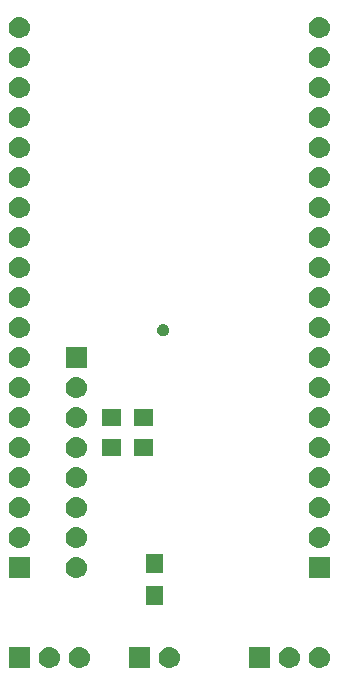
<source format=gbr>
G04 #@! TF.GenerationSoftware,KiCad,Pcbnew,(5.1.4)-1*
G04 #@! TF.CreationDate,2019-11-28T20:23:01+01:00*
G04 #@! TF.ProjectId,zillo-mini-devkit,7a696c6c-6f2d-46d6-996e-692d6465766b,rev?*
G04 #@! TF.SameCoordinates,Original*
G04 #@! TF.FileFunction,Soldermask,Bot*
G04 #@! TF.FilePolarity,Negative*
%FSLAX46Y46*%
G04 Gerber Fmt 4.6, Leading zero omitted, Abs format (unit mm)*
G04 Created by KiCad (PCBNEW (5.1.4)-1) date 2019-11-28 20:23:01*
%MOMM*%
%LPD*%
G04 APERTURE LIST*
%ADD10C,0.100000*%
G04 APERTURE END LIST*
D10*
G36*
X38210442Y-95625518D02*
G01*
X38276627Y-95632037D01*
X38446466Y-95683557D01*
X38602991Y-95767222D01*
X38638729Y-95796552D01*
X38740186Y-95879814D01*
X38823448Y-95981271D01*
X38852778Y-96017009D01*
X38936443Y-96173534D01*
X38987963Y-96343373D01*
X39005359Y-96520000D01*
X38987963Y-96696627D01*
X38936443Y-96866466D01*
X38852778Y-97022991D01*
X38823448Y-97058729D01*
X38740186Y-97160186D01*
X38638729Y-97243448D01*
X38602991Y-97272778D01*
X38446466Y-97356443D01*
X38276627Y-97407963D01*
X38210442Y-97414482D01*
X38144260Y-97421000D01*
X38055740Y-97421000D01*
X37989558Y-97414482D01*
X37923373Y-97407963D01*
X37753534Y-97356443D01*
X37597009Y-97272778D01*
X37561271Y-97243448D01*
X37459814Y-97160186D01*
X37376552Y-97058729D01*
X37347222Y-97022991D01*
X37263557Y-96866466D01*
X37212037Y-96696627D01*
X37194641Y-96520000D01*
X37212037Y-96343373D01*
X37263557Y-96173534D01*
X37347222Y-96017009D01*
X37376552Y-95981271D01*
X37459814Y-95879814D01*
X37561271Y-95796552D01*
X37597009Y-95767222D01*
X37753534Y-95683557D01*
X37923373Y-95632037D01*
X37989558Y-95625518D01*
X38055740Y-95619000D01*
X38144260Y-95619000D01*
X38210442Y-95625518D01*
X38210442Y-95625518D01*
G37*
G36*
X55990442Y-95625518D02*
G01*
X56056627Y-95632037D01*
X56226466Y-95683557D01*
X56382991Y-95767222D01*
X56418729Y-95796552D01*
X56520186Y-95879814D01*
X56603448Y-95981271D01*
X56632778Y-96017009D01*
X56716443Y-96173534D01*
X56767963Y-96343373D01*
X56785359Y-96520000D01*
X56767963Y-96696627D01*
X56716443Y-96866466D01*
X56632778Y-97022991D01*
X56603448Y-97058729D01*
X56520186Y-97160186D01*
X56418729Y-97243448D01*
X56382991Y-97272778D01*
X56226466Y-97356443D01*
X56056627Y-97407963D01*
X55990442Y-97414482D01*
X55924260Y-97421000D01*
X55835740Y-97421000D01*
X55769558Y-97414482D01*
X55703373Y-97407963D01*
X55533534Y-97356443D01*
X55377009Y-97272778D01*
X55341271Y-97243448D01*
X55239814Y-97160186D01*
X55156552Y-97058729D01*
X55127222Y-97022991D01*
X55043557Y-96866466D01*
X54992037Y-96696627D01*
X54974641Y-96520000D01*
X54992037Y-96343373D01*
X55043557Y-96173534D01*
X55127222Y-96017009D01*
X55156552Y-95981271D01*
X55239814Y-95879814D01*
X55341271Y-95796552D01*
X55377009Y-95767222D01*
X55533534Y-95683557D01*
X55703373Y-95632037D01*
X55769558Y-95625518D01*
X55835740Y-95619000D01*
X55924260Y-95619000D01*
X55990442Y-95625518D01*
X55990442Y-95625518D01*
G37*
G36*
X54241000Y-97421000D02*
G01*
X52439000Y-97421000D01*
X52439000Y-95619000D01*
X54241000Y-95619000D01*
X54241000Y-97421000D01*
X54241000Y-97421000D01*
G37*
G36*
X58530442Y-95625518D02*
G01*
X58596627Y-95632037D01*
X58766466Y-95683557D01*
X58922991Y-95767222D01*
X58958729Y-95796552D01*
X59060186Y-95879814D01*
X59143448Y-95981271D01*
X59172778Y-96017009D01*
X59256443Y-96173534D01*
X59307963Y-96343373D01*
X59325359Y-96520000D01*
X59307963Y-96696627D01*
X59256443Y-96866466D01*
X59172778Y-97022991D01*
X59143448Y-97058729D01*
X59060186Y-97160186D01*
X58958729Y-97243448D01*
X58922991Y-97272778D01*
X58766466Y-97356443D01*
X58596627Y-97407963D01*
X58530442Y-97414482D01*
X58464260Y-97421000D01*
X58375740Y-97421000D01*
X58309558Y-97414482D01*
X58243373Y-97407963D01*
X58073534Y-97356443D01*
X57917009Y-97272778D01*
X57881271Y-97243448D01*
X57779814Y-97160186D01*
X57696552Y-97058729D01*
X57667222Y-97022991D01*
X57583557Y-96866466D01*
X57532037Y-96696627D01*
X57514641Y-96520000D01*
X57532037Y-96343373D01*
X57583557Y-96173534D01*
X57667222Y-96017009D01*
X57696552Y-95981271D01*
X57779814Y-95879814D01*
X57881271Y-95796552D01*
X57917009Y-95767222D01*
X58073534Y-95683557D01*
X58243373Y-95632037D01*
X58309558Y-95625518D01*
X58375740Y-95619000D01*
X58464260Y-95619000D01*
X58530442Y-95625518D01*
X58530442Y-95625518D01*
G37*
G36*
X44081000Y-97421000D02*
G01*
X42279000Y-97421000D01*
X42279000Y-95619000D01*
X44081000Y-95619000D01*
X44081000Y-97421000D01*
X44081000Y-97421000D01*
G37*
G36*
X33921000Y-97421000D02*
G01*
X32119000Y-97421000D01*
X32119000Y-95619000D01*
X33921000Y-95619000D01*
X33921000Y-97421000D01*
X33921000Y-97421000D01*
G37*
G36*
X35670442Y-95625518D02*
G01*
X35736627Y-95632037D01*
X35906466Y-95683557D01*
X36062991Y-95767222D01*
X36098729Y-95796552D01*
X36200186Y-95879814D01*
X36283448Y-95981271D01*
X36312778Y-96017009D01*
X36396443Y-96173534D01*
X36447963Y-96343373D01*
X36465359Y-96520000D01*
X36447963Y-96696627D01*
X36396443Y-96866466D01*
X36312778Y-97022991D01*
X36283448Y-97058729D01*
X36200186Y-97160186D01*
X36098729Y-97243448D01*
X36062991Y-97272778D01*
X35906466Y-97356443D01*
X35736627Y-97407963D01*
X35670442Y-97414482D01*
X35604260Y-97421000D01*
X35515740Y-97421000D01*
X35449558Y-97414482D01*
X35383373Y-97407963D01*
X35213534Y-97356443D01*
X35057009Y-97272778D01*
X35021271Y-97243448D01*
X34919814Y-97160186D01*
X34836552Y-97058729D01*
X34807222Y-97022991D01*
X34723557Y-96866466D01*
X34672037Y-96696627D01*
X34654641Y-96520000D01*
X34672037Y-96343373D01*
X34723557Y-96173534D01*
X34807222Y-96017009D01*
X34836552Y-95981271D01*
X34919814Y-95879814D01*
X35021271Y-95796552D01*
X35057009Y-95767222D01*
X35213534Y-95683557D01*
X35383373Y-95632037D01*
X35449558Y-95625518D01*
X35515740Y-95619000D01*
X35604260Y-95619000D01*
X35670442Y-95625518D01*
X35670442Y-95625518D01*
G37*
G36*
X45830442Y-95625518D02*
G01*
X45896627Y-95632037D01*
X46066466Y-95683557D01*
X46222991Y-95767222D01*
X46258729Y-95796552D01*
X46360186Y-95879814D01*
X46443448Y-95981271D01*
X46472778Y-96017009D01*
X46556443Y-96173534D01*
X46607963Y-96343373D01*
X46625359Y-96520000D01*
X46607963Y-96696627D01*
X46556443Y-96866466D01*
X46472778Y-97022991D01*
X46443448Y-97058729D01*
X46360186Y-97160186D01*
X46258729Y-97243448D01*
X46222991Y-97272778D01*
X46066466Y-97356443D01*
X45896627Y-97407963D01*
X45830442Y-97414482D01*
X45764260Y-97421000D01*
X45675740Y-97421000D01*
X45609558Y-97414482D01*
X45543373Y-97407963D01*
X45373534Y-97356443D01*
X45217009Y-97272778D01*
X45181271Y-97243448D01*
X45079814Y-97160186D01*
X44996552Y-97058729D01*
X44967222Y-97022991D01*
X44883557Y-96866466D01*
X44832037Y-96696627D01*
X44814641Y-96520000D01*
X44832037Y-96343373D01*
X44883557Y-96173534D01*
X44967222Y-96017009D01*
X44996552Y-95981271D01*
X45079814Y-95879814D01*
X45181271Y-95796552D01*
X45217009Y-95767222D01*
X45373534Y-95683557D01*
X45543373Y-95632037D01*
X45609558Y-95625518D01*
X45675740Y-95619000D01*
X45764260Y-95619000D01*
X45830442Y-95625518D01*
X45830442Y-95625518D01*
G37*
G36*
X45151000Y-92067000D02*
G01*
X43749000Y-92067000D01*
X43749000Y-90465000D01*
X45151000Y-90465000D01*
X45151000Y-92067000D01*
X45151000Y-92067000D01*
G37*
G36*
X37956443Y-88005519D02*
G01*
X38022627Y-88012037D01*
X38192466Y-88063557D01*
X38348991Y-88147222D01*
X38384729Y-88176552D01*
X38486186Y-88259814D01*
X38569448Y-88361271D01*
X38598778Y-88397009D01*
X38682443Y-88553534D01*
X38733963Y-88723373D01*
X38751359Y-88900000D01*
X38733963Y-89076627D01*
X38682443Y-89246466D01*
X38598778Y-89402991D01*
X38569448Y-89438729D01*
X38486186Y-89540186D01*
X38384729Y-89623448D01*
X38348991Y-89652778D01*
X38192466Y-89736443D01*
X38022627Y-89787963D01*
X37956443Y-89794481D01*
X37890260Y-89801000D01*
X37801740Y-89801000D01*
X37735557Y-89794481D01*
X37669373Y-89787963D01*
X37499534Y-89736443D01*
X37343009Y-89652778D01*
X37307271Y-89623448D01*
X37205814Y-89540186D01*
X37122552Y-89438729D01*
X37093222Y-89402991D01*
X37009557Y-89246466D01*
X36958037Y-89076627D01*
X36940641Y-88900000D01*
X36958037Y-88723373D01*
X37009557Y-88553534D01*
X37093222Y-88397009D01*
X37122552Y-88361271D01*
X37205814Y-88259814D01*
X37307271Y-88176552D01*
X37343009Y-88147222D01*
X37499534Y-88063557D01*
X37669373Y-88012037D01*
X37735557Y-88005519D01*
X37801740Y-87999000D01*
X37890260Y-87999000D01*
X37956443Y-88005519D01*
X37956443Y-88005519D01*
G37*
G36*
X33921000Y-89801000D02*
G01*
X32119000Y-89801000D01*
X32119000Y-87999000D01*
X33921000Y-87999000D01*
X33921000Y-89801000D01*
X33921000Y-89801000D01*
G37*
G36*
X59321000Y-89801000D02*
G01*
X57519000Y-89801000D01*
X57519000Y-87999000D01*
X59321000Y-87999000D01*
X59321000Y-89801000D01*
X59321000Y-89801000D01*
G37*
G36*
X45151000Y-89367000D02*
G01*
X43749000Y-89367000D01*
X43749000Y-87765000D01*
X45151000Y-87765000D01*
X45151000Y-89367000D01*
X45151000Y-89367000D01*
G37*
G36*
X58530442Y-85465518D02*
G01*
X58596627Y-85472037D01*
X58766466Y-85523557D01*
X58922991Y-85607222D01*
X58958729Y-85636552D01*
X59060186Y-85719814D01*
X59143448Y-85821271D01*
X59172778Y-85857009D01*
X59256443Y-86013534D01*
X59307963Y-86183373D01*
X59325359Y-86360000D01*
X59307963Y-86536627D01*
X59256443Y-86706466D01*
X59172778Y-86862991D01*
X59143448Y-86898729D01*
X59060186Y-87000186D01*
X58958729Y-87083448D01*
X58922991Y-87112778D01*
X58766466Y-87196443D01*
X58596627Y-87247963D01*
X58530442Y-87254482D01*
X58464260Y-87261000D01*
X58375740Y-87261000D01*
X58309558Y-87254482D01*
X58243373Y-87247963D01*
X58073534Y-87196443D01*
X57917009Y-87112778D01*
X57881271Y-87083448D01*
X57779814Y-87000186D01*
X57696552Y-86898729D01*
X57667222Y-86862991D01*
X57583557Y-86706466D01*
X57532037Y-86536627D01*
X57514641Y-86360000D01*
X57532037Y-86183373D01*
X57583557Y-86013534D01*
X57667222Y-85857009D01*
X57696552Y-85821271D01*
X57779814Y-85719814D01*
X57881271Y-85636552D01*
X57917009Y-85607222D01*
X58073534Y-85523557D01*
X58243373Y-85472037D01*
X58309558Y-85465518D01*
X58375740Y-85459000D01*
X58464260Y-85459000D01*
X58530442Y-85465518D01*
X58530442Y-85465518D01*
G37*
G36*
X33130442Y-85465518D02*
G01*
X33196627Y-85472037D01*
X33366466Y-85523557D01*
X33522991Y-85607222D01*
X33558729Y-85636552D01*
X33660186Y-85719814D01*
X33743448Y-85821271D01*
X33772778Y-85857009D01*
X33856443Y-86013534D01*
X33907963Y-86183373D01*
X33925359Y-86360000D01*
X33907963Y-86536627D01*
X33856443Y-86706466D01*
X33772778Y-86862991D01*
X33743448Y-86898729D01*
X33660186Y-87000186D01*
X33558729Y-87083448D01*
X33522991Y-87112778D01*
X33366466Y-87196443D01*
X33196627Y-87247963D01*
X33130442Y-87254482D01*
X33064260Y-87261000D01*
X32975740Y-87261000D01*
X32909558Y-87254482D01*
X32843373Y-87247963D01*
X32673534Y-87196443D01*
X32517009Y-87112778D01*
X32481271Y-87083448D01*
X32379814Y-87000186D01*
X32296552Y-86898729D01*
X32267222Y-86862991D01*
X32183557Y-86706466D01*
X32132037Y-86536627D01*
X32114641Y-86360000D01*
X32132037Y-86183373D01*
X32183557Y-86013534D01*
X32267222Y-85857009D01*
X32296552Y-85821271D01*
X32379814Y-85719814D01*
X32481271Y-85636552D01*
X32517009Y-85607222D01*
X32673534Y-85523557D01*
X32843373Y-85472037D01*
X32909558Y-85465518D01*
X32975740Y-85459000D01*
X33064260Y-85459000D01*
X33130442Y-85465518D01*
X33130442Y-85465518D01*
G37*
G36*
X37956442Y-85465518D02*
G01*
X38022627Y-85472037D01*
X38192466Y-85523557D01*
X38348991Y-85607222D01*
X38384729Y-85636552D01*
X38486186Y-85719814D01*
X38569448Y-85821271D01*
X38598778Y-85857009D01*
X38682443Y-86013534D01*
X38733963Y-86183373D01*
X38751359Y-86360000D01*
X38733963Y-86536627D01*
X38682443Y-86706466D01*
X38598778Y-86862991D01*
X38569448Y-86898729D01*
X38486186Y-87000186D01*
X38384729Y-87083448D01*
X38348991Y-87112778D01*
X38192466Y-87196443D01*
X38022627Y-87247963D01*
X37956442Y-87254482D01*
X37890260Y-87261000D01*
X37801740Y-87261000D01*
X37735558Y-87254482D01*
X37669373Y-87247963D01*
X37499534Y-87196443D01*
X37343009Y-87112778D01*
X37307271Y-87083448D01*
X37205814Y-87000186D01*
X37122552Y-86898729D01*
X37093222Y-86862991D01*
X37009557Y-86706466D01*
X36958037Y-86536627D01*
X36940641Y-86360000D01*
X36958037Y-86183373D01*
X37009557Y-86013534D01*
X37093222Y-85857009D01*
X37122552Y-85821271D01*
X37205814Y-85719814D01*
X37307271Y-85636552D01*
X37343009Y-85607222D01*
X37499534Y-85523557D01*
X37669373Y-85472037D01*
X37735558Y-85465518D01*
X37801740Y-85459000D01*
X37890260Y-85459000D01*
X37956442Y-85465518D01*
X37956442Y-85465518D01*
G37*
G36*
X37956443Y-82925519D02*
G01*
X38022627Y-82932037D01*
X38192466Y-82983557D01*
X38348991Y-83067222D01*
X38384729Y-83096552D01*
X38486186Y-83179814D01*
X38569448Y-83281271D01*
X38598778Y-83317009D01*
X38682443Y-83473534D01*
X38733963Y-83643373D01*
X38751359Y-83820000D01*
X38733963Y-83996627D01*
X38682443Y-84166466D01*
X38598778Y-84322991D01*
X38569448Y-84358729D01*
X38486186Y-84460186D01*
X38384729Y-84543448D01*
X38348991Y-84572778D01*
X38192466Y-84656443D01*
X38022627Y-84707963D01*
X37956443Y-84714481D01*
X37890260Y-84721000D01*
X37801740Y-84721000D01*
X37735557Y-84714481D01*
X37669373Y-84707963D01*
X37499534Y-84656443D01*
X37343009Y-84572778D01*
X37307271Y-84543448D01*
X37205814Y-84460186D01*
X37122552Y-84358729D01*
X37093222Y-84322991D01*
X37009557Y-84166466D01*
X36958037Y-83996627D01*
X36940641Y-83820000D01*
X36958037Y-83643373D01*
X37009557Y-83473534D01*
X37093222Y-83317009D01*
X37122552Y-83281271D01*
X37205814Y-83179814D01*
X37307271Y-83096552D01*
X37343009Y-83067222D01*
X37499534Y-82983557D01*
X37669373Y-82932037D01*
X37735557Y-82925519D01*
X37801740Y-82919000D01*
X37890260Y-82919000D01*
X37956443Y-82925519D01*
X37956443Y-82925519D01*
G37*
G36*
X33130443Y-82925519D02*
G01*
X33196627Y-82932037D01*
X33366466Y-82983557D01*
X33522991Y-83067222D01*
X33558729Y-83096552D01*
X33660186Y-83179814D01*
X33743448Y-83281271D01*
X33772778Y-83317009D01*
X33856443Y-83473534D01*
X33907963Y-83643373D01*
X33925359Y-83820000D01*
X33907963Y-83996627D01*
X33856443Y-84166466D01*
X33772778Y-84322991D01*
X33743448Y-84358729D01*
X33660186Y-84460186D01*
X33558729Y-84543448D01*
X33522991Y-84572778D01*
X33366466Y-84656443D01*
X33196627Y-84707963D01*
X33130443Y-84714481D01*
X33064260Y-84721000D01*
X32975740Y-84721000D01*
X32909557Y-84714481D01*
X32843373Y-84707963D01*
X32673534Y-84656443D01*
X32517009Y-84572778D01*
X32481271Y-84543448D01*
X32379814Y-84460186D01*
X32296552Y-84358729D01*
X32267222Y-84322991D01*
X32183557Y-84166466D01*
X32132037Y-83996627D01*
X32114641Y-83820000D01*
X32132037Y-83643373D01*
X32183557Y-83473534D01*
X32267222Y-83317009D01*
X32296552Y-83281271D01*
X32379814Y-83179814D01*
X32481271Y-83096552D01*
X32517009Y-83067222D01*
X32673534Y-82983557D01*
X32843373Y-82932037D01*
X32909557Y-82925519D01*
X32975740Y-82919000D01*
X33064260Y-82919000D01*
X33130443Y-82925519D01*
X33130443Y-82925519D01*
G37*
G36*
X58530443Y-82925519D02*
G01*
X58596627Y-82932037D01*
X58766466Y-82983557D01*
X58922991Y-83067222D01*
X58958729Y-83096552D01*
X59060186Y-83179814D01*
X59143448Y-83281271D01*
X59172778Y-83317009D01*
X59256443Y-83473534D01*
X59307963Y-83643373D01*
X59325359Y-83820000D01*
X59307963Y-83996627D01*
X59256443Y-84166466D01*
X59172778Y-84322991D01*
X59143448Y-84358729D01*
X59060186Y-84460186D01*
X58958729Y-84543448D01*
X58922991Y-84572778D01*
X58766466Y-84656443D01*
X58596627Y-84707963D01*
X58530443Y-84714481D01*
X58464260Y-84721000D01*
X58375740Y-84721000D01*
X58309557Y-84714481D01*
X58243373Y-84707963D01*
X58073534Y-84656443D01*
X57917009Y-84572778D01*
X57881271Y-84543448D01*
X57779814Y-84460186D01*
X57696552Y-84358729D01*
X57667222Y-84322991D01*
X57583557Y-84166466D01*
X57532037Y-83996627D01*
X57514641Y-83820000D01*
X57532037Y-83643373D01*
X57583557Y-83473534D01*
X57667222Y-83317009D01*
X57696552Y-83281271D01*
X57779814Y-83179814D01*
X57881271Y-83096552D01*
X57917009Y-83067222D01*
X58073534Y-82983557D01*
X58243373Y-82932037D01*
X58309557Y-82925519D01*
X58375740Y-82919000D01*
X58464260Y-82919000D01*
X58530443Y-82925519D01*
X58530443Y-82925519D01*
G37*
G36*
X37956442Y-80385518D02*
G01*
X38022627Y-80392037D01*
X38192466Y-80443557D01*
X38348991Y-80527222D01*
X38384729Y-80556552D01*
X38486186Y-80639814D01*
X38569448Y-80741271D01*
X38598778Y-80777009D01*
X38682443Y-80933534D01*
X38733963Y-81103373D01*
X38751359Y-81280000D01*
X38733963Y-81456627D01*
X38682443Y-81626466D01*
X38598778Y-81782991D01*
X38569448Y-81818729D01*
X38486186Y-81920186D01*
X38384729Y-82003448D01*
X38348991Y-82032778D01*
X38192466Y-82116443D01*
X38022627Y-82167963D01*
X37956443Y-82174481D01*
X37890260Y-82181000D01*
X37801740Y-82181000D01*
X37735557Y-82174481D01*
X37669373Y-82167963D01*
X37499534Y-82116443D01*
X37343009Y-82032778D01*
X37307271Y-82003448D01*
X37205814Y-81920186D01*
X37122552Y-81818729D01*
X37093222Y-81782991D01*
X37009557Y-81626466D01*
X36958037Y-81456627D01*
X36940641Y-81280000D01*
X36958037Y-81103373D01*
X37009557Y-80933534D01*
X37093222Y-80777009D01*
X37122552Y-80741271D01*
X37205814Y-80639814D01*
X37307271Y-80556552D01*
X37343009Y-80527222D01*
X37499534Y-80443557D01*
X37669373Y-80392037D01*
X37735558Y-80385518D01*
X37801740Y-80379000D01*
X37890260Y-80379000D01*
X37956442Y-80385518D01*
X37956442Y-80385518D01*
G37*
G36*
X58530442Y-80385518D02*
G01*
X58596627Y-80392037D01*
X58766466Y-80443557D01*
X58922991Y-80527222D01*
X58958729Y-80556552D01*
X59060186Y-80639814D01*
X59143448Y-80741271D01*
X59172778Y-80777009D01*
X59256443Y-80933534D01*
X59307963Y-81103373D01*
X59325359Y-81280000D01*
X59307963Y-81456627D01*
X59256443Y-81626466D01*
X59172778Y-81782991D01*
X59143448Y-81818729D01*
X59060186Y-81920186D01*
X58958729Y-82003448D01*
X58922991Y-82032778D01*
X58766466Y-82116443D01*
X58596627Y-82167963D01*
X58530443Y-82174481D01*
X58464260Y-82181000D01*
X58375740Y-82181000D01*
X58309557Y-82174481D01*
X58243373Y-82167963D01*
X58073534Y-82116443D01*
X57917009Y-82032778D01*
X57881271Y-82003448D01*
X57779814Y-81920186D01*
X57696552Y-81818729D01*
X57667222Y-81782991D01*
X57583557Y-81626466D01*
X57532037Y-81456627D01*
X57514641Y-81280000D01*
X57532037Y-81103373D01*
X57583557Y-80933534D01*
X57667222Y-80777009D01*
X57696552Y-80741271D01*
X57779814Y-80639814D01*
X57881271Y-80556552D01*
X57917009Y-80527222D01*
X58073534Y-80443557D01*
X58243373Y-80392037D01*
X58309558Y-80385518D01*
X58375740Y-80379000D01*
X58464260Y-80379000D01*
X58530442Y-80385518D01*
X58530442Y-80385518D01*
G37*
G36*
X33130442Y-80385518D02*
G01*
X33196627Y-80392037D01*
X33366466Y-80443557D01*
X33522991Y-80527222D01*
X33558729Y-80556552D01*
X33660186Y-80639814D01*
X33743448Y-80741271D01*
X33772778Y-80777009D01*
X33856443Y-80933534D01*
X33907963Y-81103373D01*
X33925359Y-81280000D01*
X33907963Y-81456627D01*
X33856443Y-81626466D01*
X33772778Y-81782991D01*
X33743448Y-81818729D01*
X33660186Y-81920186D01*
X33558729Y-82003448D01*
X33522991Y-82032778D01*
X33366466Y-82116443D01*
X33196627Y-82167963D01*
X33130443Y-82174481D01*
X33064260Y-82181000D01*
X32975740Y-82181000D01*
X32909557Y-82174481D01*
X32843373Y-82167963D01*
X32673534Y-82116443D01*
X32517009Y-82032778D01*
X32481271Y-82003448D01*
X32379814Y-81920186D01*
X32296552Y-81818729D01*
X32267222Y-81782991D01*
X32183557Y-81626466D01*
X32132037Y-81456627D01*
X32114641Y-81280000D01*
X32132037Y-81103373D01*
X32183557Y-80933534D01*
X32267222Y-80777009D01*
X32296552Y-80741271D01*
X32379814Y-80639814D01*
X32481271Y-80556552D01*
X32517009Y-80527222D01*
X32673534Y-80443557D01*
X32843373Y-80392037D01*
X32909558Y-80385518D01*
X32975740Y-80379000D01*
X33064260Y-80379000D01*
X33130442Y-80385518D01*
X33130442Y-80385518D01*
G37*
G36*
X33130443Y-77845519D02*
G01*
X33196627Y-77852037D01*
X33366466Y-77903557D01*
X33522991Y-77987222D01*
X33558729Y-78016552D01*
X33660186Y-78099814D01*
X33743448Y-78201271D01*
X33772778Y-78237009D01*
X33856443Y-78393534D01*
X33907963Y-78563373D01*
X33925359Y-78740000D01*
X33907963Y-78916627D01*
X33856443Y-79086466D01*
X33772778Y-79242991D01*
X33743448Y-79278729D01*
X33660186Y-79380186D01*
X33558729Y-79463448D01*
X33522991Y-79492778D01*
X33366466Y-79576443D01*
X33196627Y-79627963D01*
X33130442Y-79634482D01*
X33064260Y-79641000D01*
X32975740Y-79641000D01*
X32909558Y-79634482D01*
X32843373Y-79627963D01*
X32673534Y-79576443D01*
X32517009Y-79492778D01*
X32481271Y-79463448D01*
X32379814Y-79380186D01*
X32296552Y-79278729D01*
X32267222Y-79242991D01*
X32183557Y-79086466D01*
X32132037Y-78916627D01*
X32114641Y-78740000D01*
X32132037Y-78563373D01*
X32183557Y-78393534D01*
X32267222Y-78237009D01*
X32296552Y-78201271D01*
X32379814Y-78099814D01*
X32481271Y-78016552D01*
X32517009Y-77987222D01*
X32673534Y-77903557D01*
X32843373Y-77852037D01*
X32909557Y-77845519D01*
X32975740Y-77839000D01*
X33064260Y-77839000D01*
X33130443Y-77845519D01*
X33130443Y-77845519D01*
G37*
G36*
X58530443Y-77845519D02*
G01*
X58596627Y-77852037D01*
X58766466Y-77903557D01*
X58922991Y-77987222D01*
X58958729Y-78016552D01*
X59060186Y-78099814D01*
X59143448Y-78201271D01*
X59172778Y-78237009D01*
X59256443Y-78393534D01*
X59307963Y-78563373D01*
X59325359Y-78740000D01*
X59307963Y-78916627D01*
X59256443Y-79086466D01*
X59172778Y-79242991D01*
X59143448Y-79278729D01*
X59060186Y-79380186D01*
X58958729Y-79463448D01*
X58922991Y-79492778D01*
X58766466Y-79576443D01*
X58596627Y-79627963D01*
X58530442Y-79634482D01*
X58464260Y-79641000D01*
X58375740Y-79641000D01*
X58309558Y-79634482D01*
X58243373Y-79627963D01*
X58073534Y-79576443D01*
X57917009Y-79492778D01*
X57881271Y-79463448D01*
X57779814Y-79380186D01*
X57696552Y-79278729D01*
X57667222Y-79242991D01*
X57583557Y-79086466D01*
X57532037Y-78916627D01*
X57514641Y-78740000D01*
X57532037Y-78563373D01*
X57583557Y-78393534D01*
X57667222Y-78237009D01*
X57696552Y-78201271D01*
X57779814Y-78099814D01*
X57881271Y-78016552D01*
X57917009Y-77987222D01*
X58073534Y-77903557D01*
X58243373Y-77852037D01*
X58309557Y-77845519D01*
X58375740Y-77839000D01*
X58464260Y-77839000D01*
X58530443Y-77845519D01*
X58530443Y-77845519D01*
G37*
G36*
X37956443Y-77845519D02*
G01*
X38022627Y-77852037D01*
X38192466Y-77903557D01*
X38348991Y-77987222D01*
X38384729Y-78016552D01*
X38486186Y-78099814D01*
X38569448Y-78201271D01*
X38598778Y-78237009D01*
X38682443Y-78393534D01*
X38733963Y-78563373D01*
X38751359Y-78740000D01*
X38733963Y-78916627D01*
X38682443Y-79086466D01*
X38598778Y-79242991D01*
X38569448Y-79278729D01*
X38486186Y-79380186D01*
X38384729Y-79463448D01*
X38348991Y-79492778D01*
X38192466Y-79576443D01*
X38022627Y-79627963D01*
X37956442Y-79634482D01*
X37890260Y-79641000D01*
X37801740Y-79641000D01*
X37735558Y-79634482D01*
X37669373Y-79627963D01*
X37499534Y-79576443D01*
X37343009Y-79492778D01*
X37307271Y-79463448D01*
X37205814Y-79380186D01*
X37122552Y-79278729D01*
X37093222Y-79242991D01*
X37009557Y-79086466D01*
X36958037Y-78916627D01*
X36940641Y-78740000D01*
X36958037Y-78563373D01*
X37009557Y-78393534D01*
X37093222Y-78237009D01*
X37122552Y-78201271D01*
X37205814Y-78099814D01*
X37307271Y-78016552D01*
X37343009Y-77987222D01*
X37499534Y-77903557D01*
X37669373Y-77852037D01*
X37735557Y-77845519D01*
X37801740Y-77839000D01*
X37890260Y-77839000D01*
X37956443Y-77845519D01*
X37956443Y-77845519D01*
G37*
G36*
X44315000Y-79441000D02*
G01*
X42713000Y-79441000D01*
X42713000Y-78039000D01*
X44315000Y-78039000D01*
X44315000Y-79441000D01*
X44315000Y-79441000D01*
G37*
G36*
X41615000Y-79441000D02*
G01*
X40013000Y-79441000D01*
X40013000Y-78039000D01*
X41615000Y-78039000D01*
X41615000Y-79441000D01*
X41615000Y-79441000D01*
G37*
G36*
X58530442Y-75305518D02*
G01*
X58596627Y-75312037D01*
X58766466Y-75363557D01*
X58922991Y-75447222D01*
X58958729Y-75476552D01*
X59060186Y-75559814D01*
X59143448Y-75661271D01*
X59172778Y-75697009D01*
X59256443Y-75853534D01*
X59307963Y-76023373D01*
X59325359Y-76200000D01*
X59307963Y-76376627D01*
X59256443Y-76546466D01*
X59172778Y-76702991D01*
X59143448Y-76738729D01*
X59060186Y-76840186D01*
X58958729Y-76923448D01*
X58922991Y-76952778D01*
X58766466Y-77036443D01*
X58596627Y-77087963D01*
X58530442Y-77094482D01*
X58464260Y-77101000D01*
X58375740Y-77101000D01*
X58309558Y-77094482D01*
X58243373Y-77087963D01*
X58073534Y-77036443D01*
X57917009Y-76952778D01*
X57881271Y-76923448D01*
X57779814Y-76840186D01*
X57696552Y-76738729D01*
X57667222Y-76702991D01*
X57583557Y-76546466D01*
X57532037Y-76376627D01*
X57514641Y-76200000D01*
X57532037Y-76023373D01*
X57583557Y-75853534D01*
X57667222Y-75697009D01*
X57696552Y-75661271D01*
X57779814Y-75559814D01*
X57881271Y-75476552D01*
X57917009Y-75447222D01*
X58073534Y-75363557D01*
X58243373Y-75312037D01*
X58309558Y-75305518D01*
X58375740Y-75299000D01*
X58464260Y-75299000D01*
X58530442Y-75305518D01*
X58530442Y-75305518D01*
G37*
G36*
X37956442Y-75305518D02*
G01*
X38022627Y-75312037D01*
X38192466Y-75363557D01*
X38348991Y-75447222D01*
X38384729Y-75476552D01*
X38486186Y-75559814D01*
X38569448Y-75661271D01*
X38598778Y-75697009D01*
X38682443Y-75853534D01*
X38733963Y-76023373D01*
X38751359Y-76200000D01*
X38733963Y-76376627D01*
X38682443Y-76546466D01*
X38598778Y-76702991D01*
X38569448Y-76738729D01*
X38486186Y-76840186D01*
X38384729Y-76923448D01*
X38348991Y-76952778D01*
X38192466Y-77036443D01*
X38022627Y-77087963D01*
X37956442Y-77094482D01*
X37890260Y-77101000D01*
X37801740Y-77101000D01*
X37735558Y-77094482D01*
X37669373Y-77087963D01*
X37499534Y-77036443D01*
X37343009Y-76952778D01*
X37307271Y-76923448D01*
X37205814Y-76840186D01*
X37122552Y-76738729D01*
X37093222Y-76702991D01*
X37009557Y-76546466D01*
X36958037Y-76376627D01*
X36940641Y-76200000D01*
X36958037Y-76023373D01*
X37009557Y-75853534D01*
X37093222Y-75697009D01*
X37122552Y-75661271D01*
X37205814Y-75559814D01*
X37307271Y-75476552D01*
X37343009Y-75447222D01*
X37499534Y-75363557D01*
X37669373Y-75312037D01*
X37735558Y-75305518D01*
X37801740Y-75299000D01*
X37890260Y-75299000D01*
X37956442Y-75305518D01*
X37956442Y-75305518D01*
G37*
G36*
X33130442Y-75305518D02*
G01*
X33196627Y-75312037D01*
X33366466Y-75363557D01*
X33522991Y-75447222D01*
X33558729Y-75476552D01*
X33660186Y-75559814D01*
X33743448Y-75661271D01*
X33772778Y-75697009D01*
X33856443Y-75853534D01*
X33907963Y-76023373D01*
X33925359Y-76200000D01*
X33907963Y-76376627D01*
X33856443Y-76546466D01*
X33772778Y-76702991D01*
X33743448Y-76738729D01*
X33660186Y-76840186D01*
X33558729Y-76923448D01*
X33522991Y-76952778D01*
X33366466Y-77036443D01*
X33196627Y-77087963D01*
X33130442Y-77094482D01*
X33064260Y-77101000D01*
X32975740Y-77101000D01*
X32909558Y-77094482D01*
X32843373Y-77087963D01*
X32673534Y-77036443D01*
X32517009Y-76952778D01*
X32481271Y-76923448D01*
X32379814Y-76840186D01*
X32296552Y-76738729D01*
X32267222Y-76702991D01*
X32183557Y-76546466D01*
X32132037Y-76376627D01*
X32114641Y-76200000D01*
X32132037Y-76023373D01*
X32183557Y-75853534D01*
X32267222Y-75697009D01*
X32296552Y-75661271D01*
X32379814Y-75559814D01*
X32481271Y-75476552D01*
X32517009Y-75447222D01*
X32673534Y-75363557D01*
X32843373Y-75312037D01*
X32909558Y-75305518D01*
X32975740Y-75299000D01*
X33064260Y-75299000D01*
X33130442Y-75305518D01*
X33130442Y-75305518D01*
G37*
G36*
X41615000Y-76901000D02*
G01*
X40013000Y-76901000D01*
X40013000Y-75499000D01*
X41615000Y-75499000D01*
X41615000Y-76901000D01*
X41615000Y-76901000D01*
G37*
G36*
X44315000Y-76901000D02*
G01*
X42713000Y-76901000D01*
X42713000Y-75499000D01*
X44315000Y-75499000D01*
X44315000Y-76901000D01*
X44315000Y-76901000D01*
G37*
G36*
X58530442Y-72765518D02*
G01*
X58596627Y-72772037D01*
X58766466Y-72823557D01*
X58922991Y-72907222D01*
X58958729Y-72936552D01*
X59060186Y-73019814D01*
X59143448Y-73121271D01*
X59172778Y-73157009D01*
X59256443Y-73313534D01*
X59307963Y-73483373D01*
X59325359Y-73660000D01*
X59307963Y-73836627D01*
X59256443Y-74006466D01*
X59172778Y-74162991D01*
X59143448Y-74198729D01*
X59060186Y-74300186D01*
X58958729Y-74383448D01*
X58922991Y-74412778D01*
X58766466Y-74496443D01*
X58596627Y-74547963D01*
X58530442Y-74554482D01*
X58464260Y-74561000D01*
X58375740Y-74561000D01*
X58309558Y-74554482D01*
X58243373Y-74547963D01*
X58073534Y-74496443D01*
X57917009Y-74412778D01*
X57881271Y-74383448D01*
X57779814Y-74300186D01*
X57696552Y-74198729D01*
X57667222Y-74162991D01*
X57583557Y-74006466D01*
X57532037Y-73836627D01*
X57514641Y-73660000D01*
X57532037Y-73483373D01*
X57583557Y-73313534D01*
X57667222Y-73157009D01*
X57696552Y-73121271D01*
X57779814Y-73019814D01*
X57881271Y-72936552D01*
X57917009Y-72907222D01*
X58073534Y-72823557D01*
X58243373Y-72772037D01*
X58309558Y-72765518D01*
X58375740Y-72759000D01*
X58464260Y-72759000D01*
X58530442Y-72765518D01*
X58530442Y-72765518D01*
G37*
G36*
X33130442Y-72765518D02*
G01*
X33196627Y-72772037D01*
X33366466Y-72823557D01*
X33522991Y-72907222D01*
X33558729Y-72936552D01*
X33660186Y-73019814D01*
X33743448Y-73121271D01*
X33772778Y-73157009D01*
X33856443Y-73313534D01*
X33907963Y-73483373D01*
X33925359Y-73660000D01*
X33907963Y-73836627D01*
X33856443Y-74006466D01*
X33772778Y-74162991D01*
X33743448Y-74198729D01*
X33660186Y-74300186D01*
X33558729Y-74383448D01*
X33522991Y-74412778D01*
X33366466Y-74496443D01*
X33196627Y-74547963D01*
X33130442Y-74554482D01*
X33064260Y-74561000D01*
X32975740Y-74561000D01*
X32909558Y-74554482D01*
X32843373Y-74547963D01*
X32673534Y-74496443D01*
X32517009Y-74412778D01*
X32481271Y-74383448D01*
X32379814Y-74300186D01*
X32296552Y-74198729D01*
X32267222Y-74162991D01*
X32183557Y-74006466D01*
X32132037Y-73836627D01*
X32114641Y-73660000D01*
X32132037Y-73483373D01*
X32183557Y-73313534D01*
X32267222Y-73157009D01*
X32296552Y-73121271D01*
X32379814Y-73019814D01*
X32481271Y-72936552D01*
X32517009Y-72907222D01*
X32673534Y-72823557D01*
X32843373Y-72772037D01*
X32909558Y-72765518D01*
X32975740Y-72759000D01*
X33064260Y-72759000D01*
X33130442Y-72765518D01*
X33130442Y-72765518D01*
G37*
G36*
X37956442Y-72765518D02*
G01*
X38022627Y-72772037D01*
X38192466Y-72823557D01*
X38348991Y-72907222D01*
X38384729Y-72936552D01*
X38486186Y-73019814D01*
X38569448Y-73121271D01*
X38598778Y-73157009D01*
X38682443Y-73313534D01*
X38733963Y-73483373D01*
X38751359Y-73660000D01*
X38733963Y-73836627D01*
X38682443Y-74006466D01*
X38598778Y-74162991D01*
X38569448Y-74198729D01*
X38486186Y-74300186D01*
X38384729Y-74383448D01*
X38348991Y-74412778D01*
X38192466Y-74496443D01*
X38022627Y-74547963D01*
X37956442Y-74554482D01*
X37890260Y-74561000D01*
X37801740Y-74561000D01*
X37735558Y-74554482D01*
X37669373Y-74547963D01*
X37499534Y-74496443D01*
X37343009Y-74412778D01*
X37307271Y-74383448D01*
X37205814Y-74300186D01*
X37122552Y-74198729D01*
X37093222Y-74162991D01*
X37009557Y-74006466D01*
X36958037Y-73836627D01*
X36940641Y-73660000D01*
X36958037Y-73483373D01*
X37009557Y-73313534D01*
X37093222Y-73157009D01*
X37122552Y-73121271D01*
X37205814Y-73019814D01*
X37307271Y-72936552D01*
X37343009Y-72907222D01*
X37499534Y-72823557D01*
X37669373Y-72772037D01*
X37735558Y-72765518D01*
X37801740Y-72759000D01*
X37890260Y-72759000D01*
X37956442Y-72765518D01*
X37956442Y-72765518D01*
G37*
G36*
X33130442Y-70225518D02*
G01*
X33196627Y-70232037D01*
X33366466Y-70283557D01*
X33522991Y-70367222D01*
X33558729Y-70396552D01*
X33660186Y-70479814D01*
X33743448Y-70581271D01*
X33772778Y-70617009D01*
X33856443Y-70773534D01*
X33907963Y-70943373D01*
X33925359Y-71120000D01*
X33907963Y-71296627D01*
X33856443Y-71466466D01*
X33772778Y-71622991D01*
X33743448Y-71658729D01*
X33660186Y-71760186D01*
X33558729Y-71843448D01*
X33522991Y-71872778D01*
X33366466Y-71956443D01*
X33196627Y-72007963D01*
X33130443Y-72014481D01*
X33064260Y-72021000D01*
X32975740Y-72021000D01*
X32909557Y-72014481D01*
X32843373Y-72007963D01*
X32673534Y-71956443D01*
X32517009Y-71872778D01*
X32481271Y-71843448D01*
X32379814Y-71760186D01*
X32296552Y-71658729D01*
X32267222Y-71622991D01*
X32183557Y-71466466D01*
X32132037Y-71296627D01*
X32114641Y-71120000D01*
X32132037Y-70943373D01*
X32183557Y-70773534D01*
X32267222Y-70617009D01*
X32296552Y-70581271D01*
X32379814Y-70479814D01*
X32481271Y-70396552D01*
X32517009Y-70367222D01*
X32673534Y-70283557D01*
X32843373Y-70232037D01*
X32909558Y-70225518D01*
X32975740Y-70219000D01*
X33064260Y-70219000D01*
X33130442Y-70225518D01*
X33130442Y-70225518D01*
G37*
G36*
X58530442Y-70225518D02*
G01*
X58596627Y-70232037D01*
X58766466Y-70283557D01*
X58922991Y-70367222D01*
X58958729Y-70396552D01*
X59060186Y-70479814D01*
X59143448Y-70581271D01*
X59172778Y-70617009D01*
X59256443Y-70773534D01*
X59307963Y-70943373D01*
X59325359Y-71120000D01*
X59307963Y-71296627D01*
X59256443Y-71466466D01*
X59172778Y-71622991D01*
X59143448Y-71658729D01*
X59060186Y-71760186D01*
X58958729Y-71843448D01*
X58922991Y-71872778D01*
X58766466Y-71956443D01*
X58596627Y-72007963D01*
X58530443Y-72014481D01*
X58464260Y-72021000D01*
X58375740Y-72021000D01*
X58309557Y-72014481D01*
X58243373Y-72007963D01*
X58073534Y-71956443D01*
X57917009Y-71872778D01*
X57881271Y-71843448D01*
X57779814Y-71760186D01*
X57696552Y-71658729D01*
X57667222Y-71622991D01*
X57583557Y-71466466D01*
X57532037Y-71296627D01*
X57514641Y-71120000D01*
X57532037Y-70943373D01*
X57583557Y-70773534D01*
X57667222Y-70617009D01*
X57696552Y-70581271D01*
X57779814Y-70479814D01*
X57881271Y-70396552D01*
X57917009Y-70367222D01*
X58073534Y-70283557D01*
X58243373Y-70232037D01*
X58309558Y-70225518D01*
X58375740Y-70219000D01*
X58464260Y-70219000D01*
X58530442Y-70225518D01*
X58530442Y-70225518D01*
G37*
G36*
X38747000Y-72021000D02*
G01*
X36945000Y-72021000D01*
X36945000Y-70219000D01*
X38747000Y-70219000D01*
X38747000Y-72021000D01*
X38747000Y-72021000D01*
G37*
G36*
X33130443Y-67685519D02*
G01*
X33196627Y-67692037D01*
X33366466Y-67743557D01*
X33522991Y-67827222D01*
X33558729Y-67856552D01*
X33660186Y-67939814D01*
X33743448Y-68041271D01*
X33772778Y-68077009D01*
X33856443Y-68233534D01*
X33907963Y-68403373D01*
X33925359Y-68580000D01*
X33907963Y-68756627D01*
X33856443Y-68926466D01*
X33772778Y-69082991D01*
X33743448Y-69118729D01*
X33660186Y-69220186D01*
X33561712Y-69301000D01*
X33522991Y-69332778D01*
X33366466Y-69416443D01*
X33196627Y-69467963D01*
X33130442Y-69474482D01*
X33064260Y-69481000D01*
X32975740Y-69481000D01*
X32909558Y-69474482D01*
X32843373Y-69467963D01*
X32673534Y-69416443D01*
X32517009Y-69332778D01*
X32478288Y-69301000D01*
X32379814Y-69220186D01*
X32296552Y-69118729D01*
X32267222Y-69082991D01*
X32183557Y-68926466D01*
X32132037Y-68756627D01*
X32114641Y-68580000D01*
X32132037Y-68403373D01*
X32183557Y-68233534D01*
X32267222Y-68077009D01*
X32296552Y-68041271D01*
X32379814Y-67939814D01*
X32481271Y-67856552D01*
X32517009Y-67827222D01*
X32673534Y-67743557D01*
X32843373Y-67692037D01*
X32909557Y-67685519D01*
X32975740Y-67679000D01*
X33064260Y-67679000D01*
X33130443Y-67685519D01*
X33130443Y-67685519D01*
G37*
G36*
X58530443Y-67685519D02*
G01*
X58596627Y-67692037D01*
X58766466Y-67743557D01*
X58922991Y-67827222D01*
X58958729Y-67856552D01*
X59060186Y-67939814D01*
X59143448Y-68041271D01*
X59172778Y-68077009D01*
X59256443Y-68233534D01*
X59307963Y-68403373D01*
X59325359Y-68580000D01*
X59307963Y-68756627D01*
X59256443Y-68926466D01*
X59172778Y-69082991D01*
X59143448Y-69118729D01*
X59060186Y-69220186D01*
X58961712Y-69301000D01*
X58922991Y-69332778D01*
X58766466Y-69416443D01*
X58596627Y-69467963D01*
X58530442Y-69474482D01*
X58464260Y-69481000D01*
X58375740Y-69481000D01*
X58309558Y-69474482D01*
X58243373Y-69467963D01*
X58073534Y-69416443D01*
X57917009Y-69332778D01*
X57878288Y-69301000D01*
X57779814Y-69220186D01*
X57696552Y-69118729D01*
X57667222Y-69082991D01*
X57583557Y-68926466D01*
X57532037Y-68756627D01*
X57514641Y-68580000D01*
X57532037Y-68403373D01*
X57583557Y-68233534D01*
X57667222Y-68077009D01*
X57696552Y-68041271D01*
X57779814Y-67939814D01*
X57881271Y-67856552D01*
X57917009Y-67827222D01*
X58073534Y-67743557D01*
X58243373Y-67692037D01*
X58309557Y-67685519D01*
X58375740Y-67679000D01*
X58464260Y-67679000D01*
X58530443Y-67685519D01*
X58530443Y-67685519D01*
G37*
G36*
X45338843Y-68320214D02*
G01*
X45338846Y-68320215D01*
X45338845Y-68320215D01*
X45429839Y-68357906D01*
X45471063Y-68385451D01*
X45511730Y-68412624D01*
X45581376Y-68482270D01*
X45636095Y-68564163D01*
X45673786Y-68655157D01*
X45693000Y-68751753D01*
X45693000Y-68850247D01*
X45673786Y-68946843D01*
X45673785Y-68946845D01*
X45636094Y-69037839D01*
X45581375Y-69119731D01*
X45511731Y-69189375D01*
X45429839Y-69244094D01*
X45429838Y-69244095D01*
X45429837Y-69244095D01*
X45338843Y-69281786D01*
X45242247Y-69301000D01*
X45143753Y-69301000D01*
X45047157Y-69281786D01*
X44956163Y-69244095D01*
X44956162Y-69244095D01*
X44956161Y-69244094D01*
X44874269Y-69189375D01*
X44804625Y-69119731D01*
X44749906Y-69037839D01*
X44712215Y-68946845D01*
X44712214Y-68946843D01*
X44693000Y-68850247D01*
X44693000Y-68751753D01*
X44712214Y-68655157D01*
X44749905Y-68564163D01*
X44804624Y-68482270D01*
X44874270Y-68412624D01*
X44914937Y-68385451D01*
X44956161Y-68357906D01*
X45047155Y-68320215D01*
X45047154Y-68320215D01*
X45047157Y-68320214D01*
X45143753Y-68301000D01*
X45242247Y-68301000D01*
X45338843Y-68320214D01*
X45338843Y-68320214D01*
G37*
G36*
X58530442Y-65145518D02*
G01*
X58596627Y-65152037D01*
X58766466Y-65203557D01*
X58922991Y-65287222D01*
X58958729Y-65316552D01*
X59060186Y-65399814D01*
X59143448Y-65501271D01*
X59172778Y-65537009D01*
X59256443Y-65693534D01*
X59307963Y-65863373D01*
X59325359Y-66040000D01*
X59307963Y-66216627D01*
X59256443Y-66386466D01*
X59172778Y-66542991D01*
X59143448Y-66578729D01*
X59060186Y-66680186D01*
X58958729Y-66763448D01*
X58922991Y-66792778D01*
X58766466Y-66876443D01*
X58596627Y-66927963D01*
X58530442Y-66934482D01*
X58464260Y-66941000D01*
X58375740Y-66941000D01*
X58309558Y-66934482D01*
X58243373Y-66927963D01*
X58073534Y-66876443D01*
X57917009Y-66792778D01*
X57881271Y-66763448D01*
X57779814Y-66680186D01*
X57696552Y-66578729D01*
X57667222Y-66542991D01*
X57583557Y-66386466D01*
X57532037Y-66216627D01*
X57514641Y-66040000D01*
X57532037Y-65863373D01*
X57583557Y-65693534D01*
X57667222Y-65537009D01*
X57696552Y-65501271D01*
X57779814Y-65399814D01*
X57881271Y-65316552D01*
X57917009Y-65287222D01*
X58073534Y-65203557D01*
X58243373Y-65152037D01*
X58309558Y-65145518D01*
X58375740Y-65139000D01*
X58464260Y-65139000D01*
X58530442Y-65145518D01*
X58530442Y-65145518D01*
G37*
G36*
X33130442Y-65145518D02*
G01*
X33196627Y-65152037D01*
X33366466Y-65203557D01*
X33522991Y-65287222D01*
X33558729Y-65316552D01*
X33660186Y-65399814D01*
X33743448Y-65501271D01*
X33772778Y-65537009D01*
X33856443Y-65693534D01*
X33907963Y-65863373D01*
X33925359Y-66040000D01*
X33907963Y-66216627D01*
X33856443Y-66386466D01*
X33772778Y-66542991D01*
X33743448Y-66578729D01*
X33660186Y-66680186D01*
X33558729Y-66763448D01*
X33522991Y-66792778D01*
X33366466Y-66876443D01*
X33196627Y-66927963D01*
X33130442Y-66934482D01*
X33064260Y-66941000D01*
X32975740Y-66941000D01*
X32909558Y-66934482D01*
X32843373Y-66927963D01*
X32673534Y-66876443D01*
X32517009Y-66792778D01*
X32481271Y-66763448D01*
X32379814Y-66680186D01*
X32296552Y-66578729D01*
X32267222Y-66542991D01*
X32183557Y-66386466D01*
X32132037Y-66216627D01*
X32114641Y-66040000D01*
X32132037Y-65863373D01*
X32183557Y-65693534D01*
X32267222Y-65537009D01*
X32296552Y-65501271D01*
X32379814Y-65399814D01*
X32481271Y-65316552D01*
X32517009Y-65287222D01*
X32673534Y-65203557D01*
X32843373Y-65152037D01*
X32909558Y-65145518D01*
X32975740Y-65139000D01*
X33064260Y-65139000D01*
X33130442Y-65145518D01*
X33130442Y-65145518D01*
G37*
G36*
X33130442Y-62605518D02*
G01*
X33196627Y-62612037D01*
X33366466Y-62663557D01*
X33522991Y-62747222D01*
X33558729Y-62776552D01*
X33660186Y-62859814D01*
X33743448Y-62961271D01*
X33772778Y-62997009D01*
X33856443Y-63153534D01*
X33907963Y-63323373D01*
X33925359Y-63500000D01*
X33907963Y-63676627D01*
X33856443Y-63846466D01*
X33772778Y-64002991D01*
X33743448Y-64038729D01*
X33660186Y-64140186D01*
X33558729Y-64223448D01*
X33522991Y-64252778D01*
X33366466Y-64336443D01*
X33196627Y-64387963D01*
X33130442Y-64394482D01*
X33064260Y-64401000D01*
X32975740Y-64401000D01*
X32909558Y-64394482D01*
X32843373Y-64387963D01*
X32673534Y-64336443D01*
X32517009Y-64252778D01*
X32481271Y-64223448D01*
X32379814Y-64140186D01*
X32296552Y-64038729D01*
X32267222Y-64002991D01*
X32183557Y-63846466D01*
X32132037Y-63676627D01*
X32114641Y-63500000D01*
X32132037Y-63323373D01*
X32183557Y-63153534D01*
X32267222Y-62997009D01*
X32296552Y-62961271D01*
X32379814Y-62859814D01*
X32481271Y-62776552D01*
X32517009Y-62747222D01*
X32673534Y-62663557D01*
X32843373Y-62612037D01*
X32909558Y-62605518D01*
X32975740Y-62599000D01*
X33064260Y-62599000D01*
X33130442Y-62605518D01*
X33130442Y-62605518D01*
G37*
G36*
X58530442Y-62605518D02*
G01*
X58596627Y-62612037D01*
X58766466Y-62663557D01*
X58922991Y-62747222D01*
X58958729Y-62776552D01*
X59060186Y-62859814D01*
X59143448Y-62961271D01*
X59172778Y-62997009D01*
X59256443Y-63153534D01*
X59307963Y-63323373D01*
X59325359Y-63500000D01*
X59307963Y-63676627D01*
X59256443Y-63846466D01*
X59172778Y-64002991D01*
X59143448Y-64038729D01*
X59060186Y-64140186D01*
X58958729Y-64223448D01*
X58922991Y-64252778D01*
X58766466Y-64336443D01*
X58596627Y-64387963D01*
X58530442Y-64394482D01*
X58464260Y-64401000D01*
X58375740Y-64401000D01*
X58309558Y-64394482D01*
X58243373Y-64387963D01*
X58073534Y-64336443D01*
X57917009Y-64252778D01*
X57881271Y-64223448D01*
X57779814Y-64140186D01*
X57696552Y-64038729D01*
X57667222Y-64002991D01*
X57583557Y-63846466D01*
X57532037Y-63676627D01*
X57514641Y-63500000D01*
X57532037Y-63323373D01*
X57583557Y-63153534D01*
X57667222Y-62997009D01*
X57696552Y-62961271D01*
X57779814Y-62859814D01*
X57881271Y-62776552D01*
X57917009Y-62747222D01*
X58073534Y-62663557D01*
X58243373Y-62612037D01*
X58309558Y-62605518D01*
X58375740Y-62599000D01*
X58464260Y-62599000D01*
X58530442Y-62605518D01*
X58530442Y-62605518D01*
G37*
G36*
X58530442Y-60065518D02*
G01*
X58596627Y-60072037D01*
X58766466Y-60123557D01*
X58922991Y-60207222D01*
X58958729Y-60236552D01*
X59060186Y-60319814D01*
X59143448Y-60421271D01*
X59172778Y-60457009D01*
X59256443Y-60613534D01*
X59307963Y-60783373D01*
X59325359Y-60960000D01*
X59307963Y-61136627D01*
X59256443Y-61306466D01*
X59172778Y-61462991D01*
X59143448Y-61498729D01*
X59060186Y-61600186D01*
X58958729Y-61683448D01*
X58922991Y-61712778D01*
X58766466Y-61796443D01*
X58596627Y-61847963D01*
X58530443Y-61854481D01*
X58464260Y-61861000D01*
X58375740Y-61861000D01*
X58309557Y-61854481D01*
X58243373Y-61847963D01*
X58073534Y-61796443D01*
X57917009Y-61712778D01*
X57881271Y-61683448D01*
X57779814Y-61600186D01*
X57696552Y-61498729D01*
X57667222Y-61462991D01*
X57583557Y-61306466D01*
X57532037Y-61136627D01*
X57514641Y-60960000D01*
X57532037Y-60783373D01*
X57583557Y-60613534D01*
X57667222Y-60457009D01*
X57696552Y-60421271D01*
X57779814Y-60319814D01*
X57881271Y-60236552D01*
X57917009Y-60207222D01*
X58073534Y-60123557D01*
X58243373Y-60072037D01*
X58309558Y-60065518D01*
X58375740Y-60059000D01*
X58464260Y-60059000D01*
X58530442Y-60065518D01*
X58530442Y-60065518D01*
G37*
G36*
X33130442Y-60065518D02*
G01*
X33196627Y-60072037D01*
X33366466Y-60123557D01*
X33522991Y-60207222D01*
X33558729Y-60236552D01*
X33660186Y-60319814D01*
X33743448Y-60421271D01*
X33772778Y-60457009D01*
X33856443Y-60613534D01*
X33907963Y-60783373D01*
X33925359Y-60960000D01*
X33907963Y-61136627D01*
X33856443Y-61306466D01*
X33772778Y-61462991D01*
X33743448Y-61498729D01*
X33660186Y-61600186D01*
X33558729Y-61683448D01*
X33522991Y-61712778D01*
X33366466Y-61796443D01*
X33196627Y-61847963D01*
X33130443Y-61854481D01*
X33064260Y-61861000D01*
X32975740Y-61861000D01*
X32909557Y-61854481D01*
X32843373Y-61847963D01*
X32673534Y-61796443D01*
X32517009Y-61712778D01*
X32481271Y-61683448D01*
X32379814Y-61600186D01*
X32296552Y-61498729D01*
X32267222Y-61462991D01*
X32183557Y-61306466D01*
X32132037Y-61136627D01*
X32114641Y-60960000D01*
X32132037Y-60783373D01*
X32183557Y-60613534D01*
X32267222Y-60457009D01*
X32296552Y-60421271D01*
X32379814Y-60319814D01*
X32481271Y-60236552D01*
X32517009Y-60207222D01*
X32673534Y-60123557D01*
X32843373Y-60072037D01*
X32909558Y-60065518D01*
X32975740Y-60059000D01*
X33064260Y-60059000D01*
X33130442Y-60065518D01*
X33130442Y-60065518D01*
G37*
G36*
X58530443Y-57525519D02*
G01*
X58596627Y-57532037D01*
X58766466Y-57583557D01*
X58922991Y-57667222D01*
X58958729Y-57696552D01*
X59060186Y-57779814D01*
X59143448Y-57881271D01*
X59172778Y-57917009D01*
X59256443Y-58073534D01*
X59307963Y-58243373D01*
X59325359Y-58420000D01*
X59307963Y-58596627D01*
X59256443Y-58766466D01*
X59172778Y-58922991D01*
X59143448Y-58958729D01*
X59060186Y-59060186D01*
X58958729Y-59143448D01*
X58922991Y-59172778D01*
X58766466Y-59256443D01*
X58596627Y-59307963D01*
X58530442Y-59314482D01*
X58464260Y-59321000D01*
X58375740Y-59321000D01*
X58309558Y-59314482D01*
X58243373Y-59307963D01*
X58073534Y-59256443D01*
X57917009Y-59172778D01*
X57881271Y-59143448D01*
X57779814Y-59060186D01*
X57696552Y-58958729D01*
X57667222Y-58922991D01*
X57583557Y-58766466D01*
X57532037Y-58596627D01*
X57514641Y-58420000D01*
X57532037Y-58243373D01*
X57583557Y-58073534D01*
X57667222Y-57917009D01*
X57696552Y-57881271D01*
X57779814Y-57779814D01*
X57881271Y-57696552D01*
X57917009Y-57667222D01*
X58073534Y-57583557D01*
X58243373Y-57532037D01*
X58309557Y-57525519D01*
X58375740Y-57519000D01*
X58464260Y-57519000D01*
X58530443Y-57525519D01*
X58530443Y-57525519D01*
G37*
G36*
X33130443Y-57525519D02*
G01*
X33196627Y-57532037D01*
X33366466Y-57583557D01*
X33522991Y-57667222D01*
X33558729Y-57696552D01*
X33660186Y-57779814D01*
X33743448Y-57881271D01*
X33772778Y-57917009D01*
X33856443Y-58073534D01*
X33907963Y-58243373D01*
X33925359Y-58420000D01*
X33907963Y-58596627D01*
X33856443Y-58766466D01*
X33772778Y-58922991D01*
X33743448Y-58958729D01*
X33660186Y-59060186D01*
X33558729Y-59143448D01*
X33522991Y-59172778D01*
X33366466Y-59256443D01*
X33196627Y-59307963D01*
X33130442Y-59314482D01*
X33064260Y-59321000D01*
X32975740Y-59321000D01*
X32909558Y-59314482D01*
X32843373Y-59307963D01*
X32673534Y-59256443D01*
X32517009Y-59172778D01*
X32481271Y-59143448D01*
X32379814Y-59060186D01*
X32296552Y-58958729D01*
X32267222Y-58922991D01*
X32183557Y-58766466D01*
X32132037Y-58596627D01*
X32114641Y-58420000D01*
X32132037Y-58243373D01*
X32183557Y-58073534D01*
X32267222Y-57917009D01*
X32296552Y-57881271D01*
X32379814Y-57779814D01*
X32481271Y-57696552D01*
X32517009Y-57667222D01*
X32673534Y-57583557D01*
X32843373Y-57532037D01*
X32909557Y-57525519D01*
X32975740Y-57519000D01*
X33064260Y-57519000D01*
X33130443Y-57525519D01*
X33130443Y-57525519D01*
G37*
G36*
X33130443Y-54985519D02*
G01*
X33196627Y-54992037D01*
X33366466Y-55043557D01*
X33522991Y-55127222D01*
X33558729Y-55156552D01*
X33660186Y-55239814D01*
X33743448Y-55341271D01*
X33772778Y-55377009D01*
X33856443Y-55533534D01*
X33907963Y-55703373D01*
X33925359Y-55880000D01*
X33907963Y-56056627D01*
X33856443Y-56226466D01*
X33772778Y-56382991D01*
X33743448Y-56418729D01*
X33660186Y-56520186D01*
X33558729Y-56603448D01*
X33522991Y-56632778D01*
X33366466Y-56716443D01*
X33196627Y-56767963D01*
X33130443Y-56774481D01*
X33064260Y-56781000D01*
X32975740Y-56781000D01*
X32909557Y-56774481D01*
X32843373Y-56767963D01*
X32673534Y-56716443D01*
X32517009Y-56632778D01*
X32481271Y-56603448D01*
X32379814Y-56520186D01*
X32296552Y-56418729D01*
X32267222Y-56382991D01*
X32183557Y-56226466D01*
X32132037Y-56056627D01*
X32114641Y-55880000D01*
X32132037Y-55703373D01*
X32183557Y-55533534D01*
X32267222Y-55377009D01*
X32296552Y-55341271D01*
X32379814Y-55239814D01*
X32481271Y-55156552D01*
X32517009Y-55127222D01*
X32673534Y-55043557D01*
X32843373Y-54992037D01*
X32909557Y-54985519D01*
X32975740Y-54979000D01*
X33064260Y-54979000D01*
X33130443Y-54985519D01*
X33130443Y-54985519D01*
G37*
G36*
X58530443Y-54985519D02*
G01*
X58596627Y-54992037D01*
X58766466Y-55043557D01*
X58922991Y-55127222D01*
X58958729Y-55156552D01*
X59060186Y-55239814D01*
X59143448Y-55341271D01*
X59172778Y-55377009D01*
X59256443Y-55533534D01*
X59307963Y-55703373D01*
X59325359Y-55880000D01*
X59307963Y-56056627D01*
X59256443Y-56226466D01*
X59172778Y-56382991D01*
X59143448Y-56418729D01*
X59060186Y-56520186D01*
X58958729Y-56603448D01*
X58922991Y-56632778D01*
X58766466Y-56716443D01*
X58596627Y-56767963D01*
X58530443Y-56774481D01*
X58464260Y-56781000D01*
X58375740Y-56781000D01*
X58309557Y-56774481D01*
X58243373Y-56767963D01*
X58073534Y-56716443D01*
X57917009Y-56632778D01*
X57881271Y-56603448D01*
X57779814Y-56520186D01*
X57696552Y-56418729D01*
X57667222Y-56382991D01*
X57583557Y-56226466D01*
X57532037Y-56056627D01*
X57514641Y-55880000D01*
X57532037Y-55703373D01*
X57583557Y-55533534D01*
X57667222Y-55377009D01*
X57696552Y-55341271D01*
X57779814Y-55239814D01*
X57881271Y-55156552D01*
X57917009Y-55127222D01*
X58073534Y-55043557D01*
X58243373Y-54992037D01*
X58309557Y-54985519D01*
X58375740Y-54979000D01*
X58464260Y-54979000D01*
X58530443Y-54985519D01*
X58530443Y-54985519D01*
G37*
G36*
X58530443Y-52445519D02*
G01*
X58596627Y-52452037D01*
X58766466Y-52503557D01*
X58922991Y-52587222D01*
X58958729Y-52616552D01*
X59060186Y-52699814D01*
X59143448Y-52801271D01*
X59172778Y-52837009D01*
X59256443Y-52993534D01*
X59307963Y-53163373D01*
X59325359Y-53340000D01*
X59307963Y-53516627D01*
X59256443Y-53686466D01*
X59172778Y-53842991D01*
X59143448Y-53878729D01*
X59060186Y-53980186D01*
X58958729Y-54063448D01*
X58922991Y-54092778D01*
X58766466Y-54176443D01*
X58596627Y-54227963D01*
X58530442Y-54234482D01*
X58464260Y-54241000D01*
X58375740Y-54241000D01*
X58309558Y-54234482D01*
X58243373Y-54227963D01*
X58073534Y-54176443D01*
X57917009Y-54092778D01*
X57881271Y-54063448D01*
X57779814Y-53980186D01*
X57696552Y-53878729D01*
X57667222Y-53842991D01*
X57583557Y-53686466D01*
X57532037Y-53516627D01*
X57514641Y-53340000D01*
X57532037Y-53163373D01*
X57583557Y-52993534D01*
X57667222Y-52837009D01*
X57696552Y-52801271D01*
X57779814Y-52699814D01*
X57881271Y-52616552D01*
X57917009Y-52587222D01*
X58073534Y-52503557D01*
X58243373Y-52452037D01*
X58309558Y-52445518D01*
X58375740Y-52439000D01*
X58464260Y-52439000D01*
X58530443Y-52445519D01*
X58530443Y-52445519D01*
G37*
G36*
X33130443Y-52445519D02*
G01*
X33196627Y-52452037D01*
X33366466Y-52503557D01*
X33522991Y-52587222D01*
X33558729Y-52616552D01*
X33660186Y-52699814D01*
X33743448Y-52801271D01*
X33772778Y-52837009D01*
X33856443Y-52993534D01*
X33907963Y-53163373D01*
X33925359Y-53340000D01*
X33907963Y-53516627D01*
X33856443Y-53686466D01*
X33772778Y-53842991D01*
X33743448Y-53878729D01*
X33660186Y-53980186D01*
X33558729Y-54063448D01*
X33522991Y-54092778D01*
X33366466Y-54176443D01*
X33196627Y-54227963D01*
X33130442Y-54234482D01*
X33064260Y-54241000D01*
X32975740Y-54241000D01*
X32909558Y-54234482D01*
X32843373Y-54227963D01*
X32673534Y-54176443D01*
X32517009Y-54092778D01*
X32481271Y-54063448D01*
X32379814Y-53980186D01*
X32296552Y-53878729D01*
X32267222Y-53842991D01*
X32183557Y-53686466D01*
X32132037Y-53516627D01*
X32114641Y-53340000D01*
X32132037Y-53163373D01*
X32183557Y-52993534D01*
X32267222Y-52837009D01*
X32296552Y-52801271D01*
X32379814Y-52699814D01*
X32481271Y-52616552D01*
X32517009Y-52587222D01*
X32673534Y-52503557D01*
X32843373Y-52452037D01*
X32909558Y-52445518D01*
X32975740Y-52439000D01*
X33064260Y-52439000D01*
X33130443Y-52445519D01*
X33130443Y-52445519D01*
G37*
G36*
X58530442Y-49905518D02*
G01*
X58596627Y-49912037D01*
X58766466Y-49963557D01*
X58922991Y-50047222D01*
X58958729Y-50076552D01*
X59060186Y-50159814D01*
X59143448Y-50261271D01*
X59172778Y-50297009D01*
X59256443Y-50453534D01*
X59307963Y-50623373D01*
X59325359Y-50800000D01*
X59307963Y-50976627D01*
X59256443Y-51146466D01*
X59172778Y-51302991D01*
X59143448Y-51338729D01*
X59060186Y-51440186D01*
X58958729Y-51523448D01*
X58922991Y-51552778D01*
X58766466Y-51636443D01*
X58596627Y-51687963D01*
X58530442Y-51694482D01*
X58464260Y-51701000D01*
X58375740Y-51701000D01*
X58309558Y-51694482D01*
X58243373Y-51687963D01*
X58073534Y-51636443D01*
X57917009Y-51552778D01*
X57881271Y-51523448D01*
X57779814Y-51440186D01*
X57696552Y-51338729D01*
X57667222Y-51302991D01*
X57583557Y-51146466D01*
X57532037Y-50976627D01*
X57514641Y-50800000D01*
X57532037Y-50623373D01*
X57583557Y-50453534D01*
X57667222Y-50297009D01*
X57696552Y-50261271D01*
X57779814Y-50159814D01*
X57881271Y-50076552D01*
X57917009Y-50047222D01*
X58073534Y-49963557D01*
X58243373Y-49912037D01*
X58309557Y-49905519D01*
X58375740Y-49899000D01*
X58464260Y-49899000D01*
X58530442Y-49905518D01*
X58530442Y-49905518D01*
G37*
G36*
X33130442Y-49905518D02*
G01*
X33196627Y-49912037D01*
X33366466Y-49963557D01*
X33522991Y-50047222D01*
X33558729Y-50076552D01*
X33660186Y-50159814D01*
X33743448Y-50261271D01*
X33772778Y-50297009D01*
X33856443Y-50453534D01*
X33907963Y-50623373D01*
X33925359Y-50800000D01*
X33907963Y-50976627D01*
X33856443Y-51146466D01*
X33772778Y-51302991D01*
X33743448Y-51338729D01*
X33660186Y-51440186D01*
X33558729Y-51523448D01*
X33522991Y-51552778D01*
X33366466Y-51636443D01*
X33196627Y-51687963D01*
X33130442Y-51694482D01*
X33064260Y-51701000D01*
X32975740Y-51701000D01*
X32909558Y-51694482D01*
X32843373Y-51687963D01*
X32673534Y-51636443D01*
X32517009Y-51552778D01*
X32481271Y-51523448D01*
X32379814Y-51440186D01*
X32296552Y-51338729D01*
X32267222Y-51302991D01*
X32183557Y-51146466D01*
X32132037Y-50976627D01*
X32114641Y-50800000D01*
X32132037Y-50623373D01*
X32183557Y-50453534D01*
X32267222Y-50297009D01*
X32296552Y-50261271D01*
X32379814Y-50159814D01*
X32481271Y-50076552D01*
X32517009Y-50047222D01*
X32673534Y-49963557D01*
X32843373Y-49912037D01*
X32909557Y-49905519D01*
X32975740Y-49899000D01*
X33064260Y-49899000D01*
X33130442Y-49905518D01*
X33130442Y-49905518D01*
G37*
G36*
X58530443Y-47365519D02*
G01*
X58596627Y-47372037D01*
X58766466Y-47423557D01*
X58922991Y-47507222D01*
X58958729Y-47536552D01*
X59060186Y-47619814D01*
X59143448Y-47721271D01*
X59172778Y-47757009D01*
X59256443Y-47913534D01*
X59307963Y-48083373D01*
X59325359Y-48260000D01*
X59307963Y-48436627D01*
X59256443Y-48606466D01*
X59172778Y-48762991D01*
X59143448Y-48798729D01*
X59060186Y-48900186D01*
X58958729Y-48983448D01*
X58922991Y-49012778D01*
X58766466Y-49096443D01*
X58596627Y-49147963D01*
X58530443Y-49154481D01*
X58464260Y-49161000D01*
X58375740Y-49161000D01*
X58309557Y-49154481D01*
X58243373Y-49147963D01*
X58073534Y-49096443D01*
X57917009Y-49012778D01*
X57881271Y-48983448D01*
X57779814Y-48900186D01*
X57696552Y-48798729D01*
X57667222Y-48762991D01*
X57583557Y-48606466D01*
X57532037Y-48436627D01*
X57514641Y-48260000D01*
X57532037Y-48083373D01*
X57583557Y-47913534D01*
X57667222Y-47757009D01*
X57696552Y-47721271D01*
X57779814Y-47619814D01*
X57881271Y-47536552D01*
X57917009Y-47507222D01*
X58073534Y-47423557D01*
X58243373Y-47372037D01*
X58309557Y-47365519D01*
X58375740Y-47359000D01*
X58464260Y-47359000D01*
X58530443Y-47365519D01*
X58530443Y-47365519D01*
G37*
G36*
X33130443Y-47365519D02*
G01*
X33196627Y-47372037D01*
X33366466Y-47423557D01*
X33522991Y-47507222D01*
X33558729Y-47536552D01*
X33660186Y-47619814D01*
X33743448Y-47721271D01*
X33772778Y-47757009D01*
X33856443Y-47913534D01*
X33907963Y-48083373D01*
X33925359Y-48260000D01*
X33907963Y-48436627D01*
X33856443Y-48606466D01*
X33772778Y-48762991D01*
X33743448Y-48798729D01*
X33660186Y-48900186D01*
X33558729Y-48983448D01*
X33522991Y-49012778D01*
X33366466Y-49096443D01*
X33196627Y-49147963D01*
X33130443Y-49154481D01*
X33064260Y-49161000D01*
X32975740Y-49161000D01*
X32909557Y-49154481D01*
X32843373Y-49147963D01*
X32673534Y-49096443D01*
X32517009Y-49012778D01*
X32481271Y-48983448D01*
X32379814Y-48900186D01*
X32296552Y-48798729D01*
X32267222Y-48762991D01*
X32183557Y-48606466D01*
X32132037Y-48436627D01*
X32114641Y-48260000D01*
X32132037Y-48083373D01*
X32183557Y-47913534D01*
X32267222Y-47757009D01*
X32296552Y-47721271D01*
X32379814Y-47619814D01*
X32481271Y-47536552D01*
X32517009Y-47507222D01*
X32673534Y-47423557D01*
X32843373Y-47372037D01*
X32909557Y-47365519D01*
X32975740Y-47359000D01*
X33064260Y-47359000D01*
X33130443Y-47365519D01*
X33130443Y-47365519D01*
G37*
G36*
X58530442Y-44825518D02*
G01*
X58596627Y-44832037D01*
X58766466Y-44883557D01*
X58922991Y-44967222D01*
X58958729Y-44996552D01*
X59060186Y-45079814D01*
X59143448Y-45181271D01*
X59172778Y-45217009D01*
X59256443Y-45373534D01*
X59307963Y-45543373D01*
X59325359Y-45720000D01*
X59307963Y-45896627D01*
X59256443Y-46066466D01*
X59172778Y-46222991D01*
X59143448Y-46258729D01*
X59060186Y-46360186D01*
X58958729Y-46443448D01*
X58922991Y-46472778D01*
X58766466Y-46556443D01*
X58596627Y-46607963D01*
X58530442Y-46614482D01*
X58464260Y-46621000D01*
X58375740Y-46621000D01*
X58309558Y-46614482D01*
X58243373Y-46607963D01*
X58073534Y-46556443D01*
X57917009Y-46472778D01*
X57881271Y-46443448D01*
X57779814Y-46360186D01*
X57696552Y-46258729D01*
X57667222Y-46222991D01*
X57583557Y-46066466D01*
X57532037Y-45896627D01*
X57514641Y-45720000D01*
X57532037Y-45543373D01*
X57583557Y-45373534D01*
X57667222Y-45217009D01*
X57696552Y-45181271D01*
X57779814Y-45079814D01*
X57881271Y-44996552D01*
X57917009Y-44967222D01*
X58073534Y-44883557D01*
X58243373Y-44832037D01*
X58309558Y-44825518D01*
X58375740Y-44819000D01*
X58464260Y-44819000D01*
X58530442Y-44825518D01*
X58530442Y-44825518D01*
G37*
G36*
X33130442Y-44825518D02*
G01*
X33196627Y-44832037D01*
X33366466Y-44883557D01*
X33522991Y-44967222D01*
X33558729Y-44996552D01*
X33660186Y-45079814D01*
X33743448Y-45181271D01*
X33772778Y-45217009D01*
X33856443Y-45373534D01*
X33907963Y-45543373D01*
X33925359Y-45720000D01*
X33907963Y-45896627D01*
X33856443Y-46066466D01*
X33772778Y-46222991D01*
X33743448Y-46258729D01*
X33660186Y-46360186D01*
X33558729Y-46443448D01*
X33522991Y-46472778D01*
X33366466Y-46556443D01*
X33196627Y-46607963D01*
X33130442Y-46614482D01*
X33064260Y-46621000D01*
X32975740Y-46621000D01*
X32909558Y-46614482D01*
X32843373Y-46607963D01*
X32673534Y-46556443D01*
X32517009Y-46472778D01*
X32481271Y-46443448D01*
X32379814Y-46360186D01*
X32296552Y-46258729D01*
X32267222Y-46222991D01*
X32183557Y-46066466D01*
X32132037Y-45896627D01*
X32114641Y-45720000D01*
X32132037Y-45543373D01*
X32183557Y-45373534D01*
X32267222Y-45217009D01*
X32296552Y-45181271D01*
X32379814Y-45079814D01*
X32481271Y-44996552D01*
X32517009Y-44967222D01*
X32673534Y-44883557D01*
X32843373Y-44832037D01*
X32909558Y-44825518D01*
X32975740Y-44819000D01*
X33064260Y-44819000D01*
X33130442Y-44825518D01*
X33130442Y-44825518D01*
G37*
G36*
X33130442Y-42285518D02*
G01*
X33196627Y-42292037D01*
X33366466Y-42343557D01*
X33522991Y-42427222D01*
X33558729Y-42456552D01*
X33660186Y-42539814D01*
X33743448Y-42641271D01*
X33772778Y-42677009D01*
X33856443Y-42833534D01*
X33907963Y-43003373D01*
X33925359Y-43180000D01*
X33907963Y-43356627D01*
X33856443Y-43526466D01*
X33772778Y-43682991D01*
X33743448Y-43718729D01*
X33660186Y-43820186D01*
X33558729Y-43903448D01*
X33522991Y-43932778D01*
X33366466Y-44016443D01*
X33196627Y-44067963D01*
X33130443Y-44074481D01*
X33064260Y-44081000D01*
X32975740Y-44081000D01*
X32909557Y-44074481D01*
X32843373Y-44067963D01*
X32673534Y-44016443D01*
X32517009Y-43932778D01*
X32481271Y-43903448D01*
X32379814Y-43820186D01*
X32296552Y-43718729D01*
X32267222Y-43682991D01*
X32183557Y-43526466D01*
X32132037Y-43356627D01*
X32114641Y-43180000D01*
X32132037Y-43003373D01*
X32183557Y-42833534D01*
X32267222Y-42677009D01*
X32296552Y-42641271D01*
X32379814Y-42539814D01*
X32481271Y-42456552D01*
X32517009Y-42427222D01*
X32673534Y-42343557D01*
X32843373Y-42292037D01*
X32909558Y-42285518D01*
X32975740Y-42279000D01*
X33064260Y-42279000D01*
X33130442Y-42285518D01*
X33130442Y-42285518D01*
G37*
G36*
X58530442Y-42285518D02*
G01*
X58596627Y-42292037D01*
X58766466Y-42343557D01*
X58922991Y-42427222D01*
X58958729Y-42456552D01*
X59060186Y-42539814D01*
X59143448Y-42641271D01*
X59172778Y-42677009D01*
X59256443Y-42833534D01*
X59307963Y-43003373D01*
X59325359Y-43180000D01*
X59307963Y-43356627D01*
X59256443Y-43526466D01*
X59172778Y-43682991D01*
X59143448Y-43718729D01*
X59060186Y-43820186D01*
X58958729Y-43903448D01*
X58922991Y-43932778D01*
X58766466Y-44016443D01*
X58596627Y-44067963D01*
X58530443Y-44074481D01*
X58464260Y-44081000D01*
X58375740Y-44081000D01*
X58309557Y-44074481D01*
X58243373Y-44067963D01*
X58073534Y-44016443D01*
X57917009Y-43932778D01*
X57881271Y-43903448D01*
X57779814Y-43820186D01*
X57696552Y-43718729D01*
X57667222Y-43682991D01*
X57583557Y-43526466D01*
X57532037Y-43356627D01*
X57514641Y-43180000D01*
X57532037Y-43003373D01*
X57583557Y-42833534D01*
X57667222Y-42677009D01*
X57696552Y-42641271D01*
X57779814Y-42539814D01*
X57881271Y-42456552D01*
X57917009Y-42427222D01*
X58073534Y-42343557D01*
X58243373Y-42292037D01*
X58309558Y-42285518D01*
X58375740Y-42279000D01*
X58464260Y-42279000D01*
X58530442Y-42285518D01*
X58530442Y-42285518D01*
G37*
M02*

</source>
